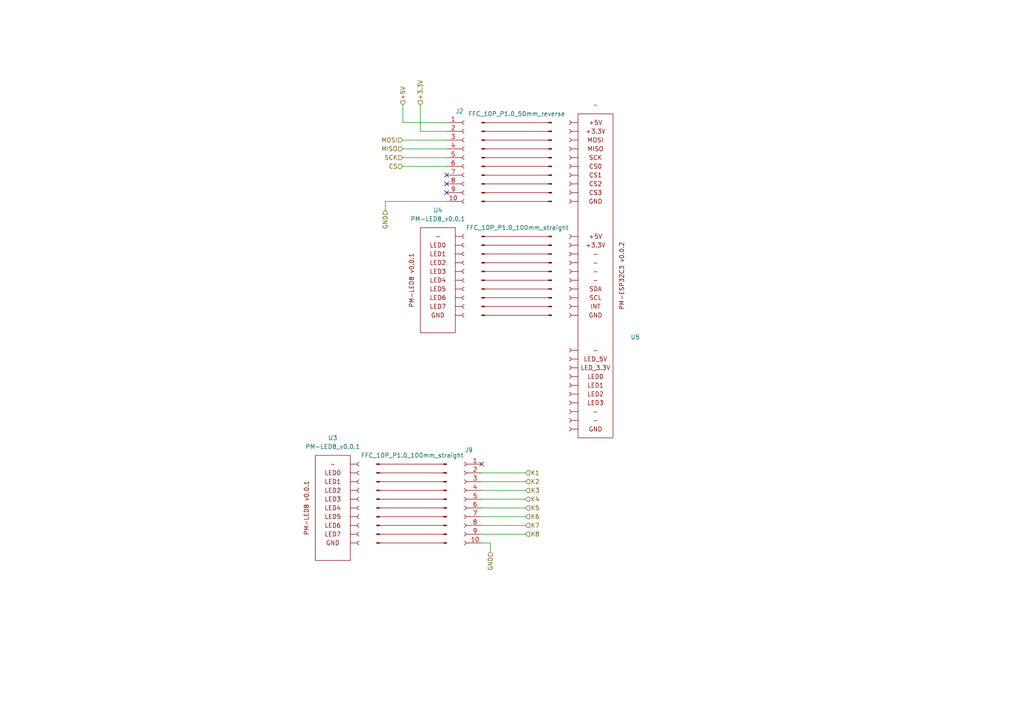
<source format=kicad_sch>
(kicad_sch (version 20231120) (generator "eeschema") (generator_version "8.0")
  (paper "A4")
  (lib_symbols
    (symbol "AFA07-S10FCC-00_1" (pin_names (offset 1.016) hide)
      (property "Reference" "J" (at 0 12.7 0))
      (property "Value" "AFA07-S10FCC-00" (at 0 -15.24 0))
      (symbol "AFA07-S10FCC-00_1_1_1"
        (arc (start 0 -12.192) (mid -0.5058 -12.7) (end 0 -13.208) (stroke (width 0.1524)))
        (arc (start 0 -9.652) (mid -0.5058 -10.16) (end 0 -10.668) (stroke (width 0.1524)))
        (arc (start 0 -7.112) (mid -0.5058 -7.62) (end 0 -8.128) (stroke (width 0.1524)))
        (arc (start 0 -4.572) (mid -0.5058 -5.08) (end 0 -5.588) (stroke (width 0.1524)))
        (arc (start 0 -2.032) (mid -0.5058 -2.54) (end 0 -3.048) (stroke (width 0.1524)))
        (polyline (pts (xy -1.27 -12.7) (xy -0.508 -12.7)) (stroke (width 0.1524)))
        (polyline (pts (xy -1.27 -10.16) (xy -0.508 -10.16)) (stroke (width 0.1524)))
        (polyline (pts (xy -1.27 -7.62) (xy -0.508 -7.62)) (stroke (width 0.1524)))
        (polyline (pts (xy -1.27 -5.08) (xy -0.508 -5.08)) (stroke (width 0.1524)))
        (polyline (pts (xy -1.27 -2.54) (xy -0.508 -2.54)) (stroke (width 0.1524)))
        (polyline (pts (xy -1.27 0) (xy -0.508 0)) (stroke (width 0.1524)))
        (polyline (pts (xy -1.27 2.54) (xy -0.508 2.54)) (stroke (width 0.1524)))
        (polyline (pts (xy -1.27 5.08) (xy -0.508 5.08)) (stroke (width 0.1524)))
        (polyline (pts (xy -1.27 7.62) (xy -0.508 7.62)) (stroke (width 0.1524)))
        (polyline (pts (xy -1.27 10.16) (xy -0.508 10.16)) (stroke (width 0.1524)))
        (arc (start 0 0.508) (mid -0.5058 0) (end 0 -0.508) (stroke (width 0.1524)))
        (arc (start 0 3.048) (mid -0.5058 2.54) (end 0 2.032) (stroke (width 0.1524)))
        (arc (start 0 5.588) (mid -0.5058 5.08) (end 0 4.572) (stroke (width 0.1524)))
        (arc (start 0 8.128) (mid -0.5058 7.62) (end 0 7.112) (stroke (width 0.1524)))
        (arc (start 0 10.668) (mid -0.5058 10.16) (end 0 9.652) (stroke (width 0.1524)))
        (pin passive line (at -5.08 10.16 0) (length 3.81) (name "Pin_1") (number "1"))
        (pin passive line (at -5.08 -12.7 0) (length 3.81) (name "Pin_10") (number "10"))
        (pin passive line (at -5.08 7.62 0) (length 3.81) (name "Pin_2") (number "2"))
        (pin passive line (at -5.08 5.08 0) (length 3.81) (name "Pin_3") (number "3"))
        (pin passive line (at -5.08 2.54 0) (length 3.81) (name "Pin_4") (number "4"))
        (pin passive line (at -5.08 0 0) (length 3.81) (name "Pin_5") (number "5"))
        (pin passive line (at -5.08 -2.54 0) (length 3.81) (name "Pin_6") (number "6"))
        (pin passive line (at -5.08 -5.08 0) (length 3.81) (name "Pin_7") (number "7"))
        (pin passive line (at -5.08 -7.62 0) (length 3.81) (name "Pin_8") (number "8"))
        (pin passive line (at -5.08 -10.16 0) (length 3.81) (name "Pin_9") (number "9"))
      )
    )
    (symbol "PM-LED8_v0.0.1_1"
      (property "Reference" "U" (at 0 2.54 0))
      (property "Value" "PM-LED8_v0.0.1" (at 0 0 0))
      (symbol "PM-LED8_v0.0.1_1_0_1"
        (rectangle (start -5.08 -2.54) (end 5.08 -33.02))
      )
      (symbol "PM-LED8_v0.0.1_1_1_1"
        (polyline (pts (xy 5.08 -27.94) (xy 7.1098 -27.94)) (stroke (width 0.1524)))
        (polyline (pts (xy 5.08 -25.4) (xy 7.1098 -25.4)) (stroke (width 0.1524)))
        (polyline (pts (xy 5.08 -22.86) (xy 7.1098 -22.86)) (stroke (width 0.1524)))
        (polyline (pts (xy 5.08 -20.32) (xy 7.1098 -20.32)) (stroke (width 0.1524)))
        (polyline (pts (xy 5.08 -17.78) (xy 7.1098 -17.78)) (stroke (width 0.1524)))
        (polyline (pts (xy 5.08 -15.24) (xy 7.1098 -15.24)) (stroke (width 0.1524)))
        (polyline (pts (xy 5.08 -12.7) (xy 7.1098 -12.7)) (stroke (width 0.1524)))
        (polyline (pts (xy 5.08 -10.16) (xy 7.1098 -10.16)) (stroke (width 0.1524)))
        (polyline (pts (xy 5.08 -7.62) (xy 7.1098 -7.62)) (stroke (width 0.1524)))
        (polyline (pts (xy 5.08 -5.08) (xy 7.1098 -5.08)) (stroke (width 0.1524)))
        (arc (start 7.6178 -27.432) (mid 7.112 -27.94) (end 7.6178 -28.448) (stroke (width 0.1524)))
        (arc (start 7.6178 -24.892) (mid 7.112 -25.4) (end 7.6178 -25.908) (stroke (width 0.1524)))
        (arc (start 7.6178 -22.352) (mid 7.112 -22.86) (end 7.6178 -23.368) (stroke (width 0.1524)))
        (arc (start 7.6178 -19.812) (mid 7.112 -20.32) (end 7.6178 -20.828) (stroke (width 0.1524)))
        (arc (start 7.6178 -17.272) (mid 7.112 -17.78) (end 7.6178 -18.288) (stroke (width 0.1524)))
        (arc (start 7.6178 -14.732) (mid 7.112 -15.24) (end 7.6178 -15.748) (stroke (width 0.1524)))
        (arc (start 7.6178 -12.192) (mid 7.112 -12.7) (end 7.6178 -13.208) (stroke (width 0.1524)))
        (arc (start 7.6178 -9.652) (mid 7.112 -10.16) (end 7.6178 -10.668) (stroke (width 0.1524)))
        (arc (start 7.6178 -7.112) (mid 7.112 -7.62) (end 7.6178 -8.128) (stroke (width 0.1524)))
        (arc (start 7.6178 -4.572) (mid 7.112 -5.08) (end 7.6178 -5.588) (stroke (width 0.1524)))
        (text "-" (at 0 -5.08 0) (effects (font (size 1.27 1.27))))
        (text "GND" (at 0 -27.94 0) (effects (font (size 1.27 1.27))))
        (text "LED0" (at 0 -7.62 0) (effects (font (size 1.27 1.27))))
        (text "LED1" (at 0 -10.16 0) (effects (font (size 1.27 1.27))))
        (text "LED2" (at 0 -12.7 0) (effects (font (size 1.27 1.27))))
        (text "LED3" (at 0 -15.24 0) (effects (font (size 1.27 1.27))))
        (text "LED4" (at 0 -17.78 0) (effects (font (size 1.27 1.27))))
        (text "LED5" (at 0 -20.32 0) (effects (font (size 1.27 1.27))))
        (text "LED6" (at 0 -22.86 0) (effects (font (size 1.27 1.27))))
        (text "LED7" (at 0 -25.4 0) (effects (font (size 1.27 1.27))))
        (text "PM-LED8 v0.0.1" (at -7.62 -17.78 900) (effects (font (size 1.27 1.27))))
      )
    )
    (symbol "kicad_inventree_lib:AFA07-S10FCC-00" (pin_names (offset 1.016) hide)
      (property "Reference" "J" (at 0 12.7 0))
      (property "Value" "AFA07-S10FCC-00" (at 0 -15.24 0))
      (symbol "AFA07-S10FCC-00_1_1"
        (arc (start 0 -12.192) (mid -0.5058 -12.7) (end 0 -13.208) (stroke (width 0.1524)))
        (arc (start 0 -9.652) (mid -0.5058 -10.16) (end 0 -10.668) (stroke (width 0.1524)))
        (arc (start 0 -7.112) (mid -0.5058 -7.62) (end 0 -8.128) (stroke (width 0.1524)))
        (arc (start 0 -4.572) (mid -0.5058 -5.08) (end 0 -5.588) (stroke (width 0.1524)))
        (arc (start 0 -2.032) (mid -0.5058 -2.54) (end 0 -3.048) (stroke (width 0.1524)))
        (polyline (pts (xy -1.27 -12.7) (xy -0.508 -12.7)) (stroke (width 0.1524)))
        (polyline (pts (xy -1.27 -10.16) (xy -0.508 -10.16)) (stroke (width 0.1524)))
        (polyline (pts (xy -1.27 -7.62) (xy -0.508 -7.62)) (stroke (width 0.1524)))
        (polyline (pts (xy -1.27 -5.08) (xy -0.508 -5.08)) (stroke (width 0.1524)))
        (polyline (pts (xy -1.27 -2.54) (xy -0.508 -2.54)) (stroke (width 0.1524)))
        (polyline (pts (xy -1.27 0) (xy -0.508 0)) (stroke (width 0.1524)))
        (polyline (pts (xy -1.27 2.54) (xy -0.508 2.54)) (stroke (width 0.1524)))
        (polyline (pts (xy -1.27 5.08) (xy -0.508 5.08)) (stroke (width 0.1524)))
        (polyline (pts (xy -1.27 7.62) (xy -0.508 7.62)) (stroke (width 0.1524)))
        (polyline (pts (xy -1.27 10.16) (xy -0.508 10.16)) (stroke (width 0.1524)))
        (arc (start 0 0.508) (mid -0.5058 0) (end 0 -0.508) (stroke (width 0.1524)))
        (arc (start 0 3.048) (mid -0.5058 2.54) (end 0 2.032) (stroke (width 0.1524)))
        (arc (start 0 5.588) (mid -0.5058 5.08) (end 0 4.572) (stroke (width 0.1524)))
        (arc (start 0 8.128) (mid -0.5058 7.62) (end 0 7.112) (stroke (width 0.1524)))
        (arc (start 0 10.668) (mid -0.5058 10.16) (end 0 9.652) (stroke (width 0.1524)))
        (pin passive line (at -5.08 10.16 0) (length 3.81) (name "Pin_1") (number "1"))
        (pin passive line (at -5.08 -12.7 0) (length 3.81) (name "Pin_10") (number "10"))
        (pin passive line (at -5.08 7.62 0) (length 3.81) (name "Pin_2") (number "2"))
        (pin passive line (at -5.08 5.08 0) (length 3.81) (name "Pin_3") (number "3"))
        (pin passive line (at -5.08 2.54 0) (length 3.81) (name "Pin_4") (number "4"))
        (pin passive line (at -5.08 0 0) (length 3.81) (name "Pin_5") (number "5"))
        (pin passive line (at -5.08 -2.54 0) (length 3.81) (name "Pin_6") (number "6"))
        (pin passive line (at -5.08 -5.08 0) (length 3.81) (name "Pin_7") (number "7"))
        (pin passive line (at -5.08 -7.62 0) (length 3.81) (name "Pin_8") (number "8"))
        (pin passive line (at -5.08 -10.16 0) (length 3.81) (name "Pin_9") (number "9"))
      )
    )
    (symbol "kicad_inventree_lib:FFC_10P_P1.0_100mm_straight" (on_board no)
      (property "Reference" "J" (at 0 2.794 0))
      (property "Value" "FFC_10P_P1.0_100mm_straight" (at 0 0 0))
      (symbol "FFC_10P_P1.0_100mm_straight_0_1"
        (polyline (pts (xy -8.89 -25.4) (xy 8.89 -25.4)))
        (polyline (pts (xy -8.89 -22.86) (xy 8.89 -22.86)))
        (polyline (pts (xy -8.89 -20.32) (xy 8.89 -20.32)))
        (polyline (pts (xy -8.89 -17.78) (xy 8.89 -17.78)))
        (polyline (pts (xy -8.89 -15.24) (xy 8.89 -15.24)))
        (polyline (pts (xy -8.89 -12.7) (xy 8.89 -12.7)))
        (polyline (pts (xy -8.89 -10.16) (xy 8.89 -10.16)))
        (polyline (pts (xy -8.89 -7.62) (xy 8.89 -7.62)))
        (polyline (pts (xy -8.89 -5.08) (xy 8.89 -5.08)))
        (polyline (pts (xy -8.89 -2.54) (xy 8.89 -2.54)))
      )
      (symbol "FFC_10P_P1.0_100mm_straight_1_1"
        (rectangle (start -10.16 -25.273) (end -9.2964 -25.527) (stroke (width 0.1524)) (fill (type outline)))
        (rectangle (start -10.16 -22.733) (end -9.2964 -22.987) (stroke (width 0.1524)) (fill (type outline)))
        (rectangle (start -10.16 -20.193) (end -9.2964 -20.447) (stroke (width 0.1524)) (fill (type outline)))
        (rectangle (start -10.16 -17.653) (end -9.2964 -17.907) (stroke (width 0.1524)) (fill (type outline)))
        (rectangle (start -10.16 -15.113) (end -9.2964 -15.367) (stroke (width 0.1524)) (fill (type outline)))
        (rectangle (start -10.16 -12.573) (end -9.2964 -12.827) (stroke (width 0.1524)) (fill (type outline)))
        (rectangle (start -10.16 -10.033) (end -9.2964 -10.287) (stroke (width 0.1524)) (fill (type outline)))
        (rectangle (start -10.16 -7.493) (end -9.2964 -7.747) (stroke (width 0.1524)) (fill (type outline)))
        (rectangle (start -10.16 -4.953) (end -9.2964 -5.207) (stroke (width 0.1524)) (fill (type outline)))
        (rectangle (start -10.16 -2.413) (end -9.2964 -2.667) (stroke (width 0.1524)) (fill (type outline)))
        (polyline (pts (xy -8.89 -25.4) (xy -9.2964 -25.4)) (stroke (width 0.1524)))
        (polyline (pts (xy -8.89 -22.86) (xy -9.2964 -22.86)) (stroke (width 0.1524)))
        (polyline (pts (xy -8.89 -20.32) (xy -9.2964 -20.32)) (stroke (width 0.1524)))
        (polyline (pts (xy -8.89 -17.78) (xy -9.2964 -17.78)) (stroke (width 0.1524)))
        (polyline (pts (xy -8.89 -15.24) (xy -9.2964 -15.24)) (stroke (width 0.1524)))
        (polyline (pts (xy -8.89 -12.7) (xy -9.2964 -12.7)) (stroke (width 0.1524)))
        (polyline (pts (xy -8.89 -10.16) (xy -9.2964 -10.16)) (stroke (width 0.1524)))
        (polyline (pts (xy -8.89 -7.62) (xy -9.2964 -7.62)) (stroke (width 0.1524)))
        (polyline (pts (xy -8.89 -5.08) (xy -9.2964 -5.08)) (stroke (width 0.1524)))
        (polyline (pts (xy -8.89 -2.54) (xy -9.2964 -2.54)) (stroke (width 0.1524)))
        (polyline (pts (xy 8.89 -25.4) (xy 9.2964 -25.4)) (stroke (width 0.1524)))
        (polyline (pts (xy 8.89 -22.86) (xy 9.2964 -22.86)) (stroke (width 0.1524)))
        (polyline (pts (xy 8.89 -20.32) (xy 9.2964 -20.32)) (stroke (width 0.1524)))
        (polyline (pts (xy 8.89 -17.78) (xy 9.2964 -17.78)) (stroke (width 0.1524)))
        (polyline (pts (xy 8.89 -15.24) (xy 9.2964 -15.24)) (stroke (width 0.1524)))
        (polyline (pts (xy 8.89 -12.7) (xy 9.2964 -12.7)) (stroke (width 0.1524)))
        (polyline (pts (xy 8.89 -10.16) (xy 9.2964 -10.16)) (stroke (width 0.1524)))
        (polyline (pts (xy 8.89 -7.62) (xy 9.2964 -7.62)) (stroke (width 0.1524)))
        (polyline (pts (xy 8.89 -5.08) (xy 9.2964 -5.08)) (stroke (width 0.1524)))
        (polyline (pts (xy 8.89 -2.54) (xy 9.2964 -2.54)) (stroke (width 0.1524)))
        (rectangle (start 9.2964 -25.273) (end 10.16 -25.527) (stroke (width 0.1524)) (fill (type outline)))
        (rectangle (start 9.2964 -22.733) (end 10.16 -22.987) (stroke (width 0.1524)) (fill (type outline)))
        (rectangle (start 9.2964 -20.193) (end 10.16 -20.447) (stroke (width 0.1524)) (fill (type outline)))
        (rectangle (start 9.2964 -17.653) (end 10.16 -17.907) (stroke (width 0.1524)) (fill (type outline)))
        (rectangle (start 9.2964 -15.113) (end 10.16 -15.367) (stroke (width 0.1524)) (fill (type outline)))
        (rectangle (start 9.2964 -12.573) (end 10.16 -12.827) (stroke (width 0.1524)) (fill (type outline)))
        (rectangle (start 9.2964 -10.033) (end 10.16 -10.287) (stroke (width 0.1524)) (fill (type outline)))
        (rectangle (start 9.2964 -7.493) (end 10.16 -7.747) (stroke (width 0.1524)) (fill (type outline)))
        (rectangle (start 9.2964 -4.953) (end 10.16 -5.207) (stroke (width 0.1524)) (fill (type outline)))
        (rectangle (start 9.2964 -2.413) (end 10.16 -2.667) (stroke (width 0.1524)) (fill (type outline)))
      )
    )
    (symbol "kicad_inventree_lib:FFC_10P_P1.0_50mm_reverse" (on_board no)
      (property "Reference" "J" (at 0 2.794 0))
      (property "Value" "FFC_10P_P1.0_50mm_reverse" (at 0 0 0))
      (symbol "FFC_10P_P1.0_50mm_reverse_0_1"
        (polyline (pts (xy -8.89 -25.4) (xy 8.89 -25.4)))
        (polyline (pts (xy -8.89 -22.86) (xy 8.89 -22.86)))
        (polyline (pts (xy -8.89 -20.32) (xy 8.89 -20.32)))
        (polyline (pts (xy -8.89 -17.78) (xy 8.89 -17.78)))
        (polyline (pts (xy -8.89 -15.24) (xy 8.89 -15.24)))
        (polyline (pts (xy -8.89 -12.7) (xy 8.89 -12.7)))
        (polyline (pts (xy -8.89 -10.16) (xy 8.89 -10.16)))
        (polyline (pts (xy -8.89 -7.62) (xy 8.89 -7.62)))
        (polyline (pts (xy -8.89 -5.08) (xy 8.89 -5.08)))
        (polyline (pts (xy -8.89 -2.54) (xy 8.89 -2.54)))
      )
      (symbol "FFC_10P_P1.0_50mm_reverse_1_1"
        (rectangle (start -10.16 -25.273) (end -9.2964 -25.527) (stroke (width 0.1524)) (fill (type outline)))
        (rectangle (start -10.16 -22.733) (end -9.2964 -22.987) (stroke (width 0.1524)) (fill (type outline)))
        (rectangle (start -10.16 -20.193) (end -9.2964 -20.447) (stroke (width 0.1524)) (fill (type outline)))
        (rectangle (start -10.16 -17.653) (end -9.2964 -17.907) (stroke (width 0.1524)) (fill (type outline)))
        (rectangle (start -10.16 -15.113) (end -9.2964 -15.367) (stroke (width 0.1524)) (fill (type outline)))
        (rectangle (start -10.16 -12.573) (end -9.2964 -12.827) (stroke (width 0.1524)) (fill (type outline)))
        (rectangle (start -10.16 -10.033) (end -9.2964 -10.287) (stroke (width 0.1524)) (fill (type outline)))
        (rectangle (start -10.16 -7.493) (end -9.2964 -7.747) (stroke (width 0.1524)) (fill (type outline)))
        (rectangle (start -10.16 -4.953) (end -9.2964 -5.207) (stroke (width 0.1524)) (fill (type outline)))
        (rectangle (start -10.16 -2.413) (end -9.2964 -2.667) (stroke (width 0.1524)) (fill (type outline)))
        (polyline (pts (xy -8.89 -25.4) (xy -9.2964 -25.4)) (stroke (width 0.1524)))
        (polyline (pts (xy -8.89 -22.86) (xy -9.2964 -22.86)) (stroke (width 0.1524)))
        (polyline (pts (xy -8.89 -20.32) (xy -9.2964 -20.32)) (stroke (width 0.1524)))
        (polyline (pts (xy -8.89 -17.78) (xy -9.2964 -17.78)) (stroke (width 0.1524)))
        (polyline (pts (xy -8.89 -15.24) (xy -9.2964 -15.24)) (stroke (width 0.1524)))
        (polyline (pts (xy -8.89 -12.7) (xy -9.2964 -12.7)) (stroke (width 0.1524)))
        (polyline (pts (xy -8.89 -10.16) (xy -9.2964 -10.16)) (stroke (width 0.1524)))
        (polyline (pts (xy -8.89 -7.62) (xy -9.2964 -7.62)) (stroke (width 0.1524)))
        (polyline (pts (xy -8.89 -5.08) (xy -9.2964 -5.08)) (stroke (width 0.1524)))
        (polyline (pts (xy -8.89 -2.54) (xy -9.2964 -2.54)) (stroke (width 0.1524)))
        (polyline (pts (xy 8.89 -25.4) (xy 9.2964 -25.4)) (stroke (width 0.1524)))
        (polyline (pts (xy 8.89 -22.86) (xy 9.2964 -22.86)) (stroke (width 0.1524)))
        (polyline (pts (xy 8.89 -20.32) (xy 9.2964 -20.32)) (stroke (width 0.1524)))
        (polyline (pts (xy 8.89 -17.78) (xy 9.2964 -17.78)) (stroke (width 0.1524)))
        (polyline (pts (xy 8.89 -15.24) (xy 9.2964 -15.24)) (stroke (width 0.1524)))
        (polyline (pts (xy 8.89 -12.7) (xy 9.2964 -12.7)) (stroke (width 0.1524)))
        (polyline (pts (xy 8.89 -10.16) (xy 9.2964 -10.16)) (stroke (width 0.1524)))
        (polyline (pts (xy 8.89 -7.62) (xy 9.2964 -7.62)) (stroke (width 0.1524)))
        (polyline (pts (xy 8.89 -5.08) (xy 9.2964 -5.08)) (stroke (width 0.1524)))
        (polyline (pts (xy 8.89 -2.54) (xy 9.2964 -2.54)) (stroke (width 0.1524)))
        (rectangle (start 9.2964 -25.273) (end 10.16 -25.527) (stroke (width 0.1524)) (fill (type outline)))
        (rectangle (start 9.2964 -22.733) (end 10.16 -22.987) (stroke (width 0.1524)) (fill (type outline)))
        (rectangle (start 9.2964 -20.193) (end 10.16 -20.447) (stroke (width 0.1524)) (fill (type outline)))
        (rectangle (start 9.2964 -17.653) (end 10.16 -17.907) (stroke (width 0.1524)) (fill (type outline)))
        (rectangle (start 9.2964 -15.113) (end 10.16 -15.367) (stroke (width 0.1524)) (fill (type outline)))
        (rectangle (start 9.2964 -12.573) (end 10.16 -12.827) (stroke (width 0.1524)) (fill (type outline)))
        (rectangle (start 9.2964 -10.033) (end 10.16 -10.287) (stroke (width 0.1524)) (fill (type outline)))
        (rectangle (start 9.2964 -7.493) (end 10.16 -7.747) (stroke (width 0.1524)) (fill (type outline)))
        (rectangle (start 9.2964 -4.953) (end 10.16 -5.207) (stroke (width 0.1524)) (fill (type outline)))
        (rectangle (start 9.2964 -2.413) (end 10.16 -2.667) (stroke (width 0.1524)) (fill (type outline)))
      )
    )
    (symbol "kicad_inventree_lib:PM-ESP32C3_v0.0.2"
      (property "Reference" "U" (at 10.16 -49.53 0))
      (symbol "PM-ESP32C3_v0.0.2_0_1"
        (rectangle (start -5.08 -2.54) (end 5.08 -96.52))
      )
      (symbol "PM-ESP32C3_v0.0.2_1_1"
        (arc (start -7.6178 -94.488) (mid -7.112 -93.98) (end -7.6178 -93.472) (stroke (width 0.1524)))
        (arc (start -7.6178 -91.948) (mid -7.112 -91.44) (end -7.6178 -90.932) (stroke (width 0.1524)))
        (arc (start -7.6178 -89.408) (mid -7.112 -88.9) (end -7.6178 -88.392) (stroke (width 0.1524)))
        (arc (start -7.6178 -86.868) (mid -7.112 -86.36) (end -7.6178 -85.852) (stroke (width 0.1524)))
        (arc (start -7.6178 -84.328) (mid -7.112 -83.82) (end -7.6178 -83.312) (stroke (width 0.1524)))
        (arc (start -7.6178 -81.788) (mid -7.112 -81.28) (end -7.6178 -80.772) (stroke (width 0.1524)))
        (arc (start -7.6178 -79.248) (mid -7.112 -78.74) (end -7.6178 -78.232) (stroke (width 0.1524)))
        (arc (start -7.6178 -76.708) (mid -7.112 -76.2) (end -7.6178 -75.692) (stroke (width 0.1524)))
        (arc (start -7.6178 -74.168) (mid -7.112 -73.66) (end -7.6178 -73.152) (stroke (width 0.1524)))
        (arc (start -7.6178 -71.628) (mid -7.112 -71.12) (end -7.6178 -70.612) (stroke (width 0.1524)))
        (arc (start -7.6178 -61.468) (mid -7.112 -60.96) (end -7.6178 -60.452) (stroke (width 0.1524)))
        (arc (start -7.6178 -58.928) (mid -7.112 -58.42) (end -7.6178 -57.912) (stroke (width 0.1524)))
        (arc (start -7.6178 -56.388) (mid -7.112 -55.88) (end -7.6178 -55.372) (stroke (width 0.1524)))
        (arc (start -7.6178 -53.848) (mid -7.112 -53.34) (end -7.6178 -52.832) (stroke (width 0.1524)))
        (arc (start -7.6178 -51.308) (mid -7.112 -50.8) (end -7.6178 -50.292) (stroke (width 0.1524)))
        (arc (start -7.6178 -48.768) (mid -7.112 -48.26) (end -7.6178 -47.752) (stroke (width 0.1524)))
        (arc (start -7.6178 -46.228) (mid -7.112 -45.72) (end -7.6178 -45.212) (stroke (width 0.1524)))
        (arc (start -7.6178 -43.688) (mid -7.112 -43.18) (end -7.6178 -42.672) (stroke (width 0.1524)))
        (arc (start -7.6178 -41.148) (mid -7.112 -40.64) (end -7.6178 -40.132) (stroke (width 0.1524)))
        (arc (start -7.6178 -38.608) (mid -7.112 -38.1) (end -7.6178 -37.592) (stroke (width 0.1524)))
        (arc (start -7.6178 -28.448) (mid -7.112 -27.94) (end -7.6178 -27.432) (stroke (width 0.1524)))
        (arc (start -7.6178 -25.908) (mid -7.112 -25.4) (end -7.6178 -24.892) (stroke (width 0.1524)))
        (arc (start -7.6178 -23.368) (mid -7.112 -22.86) (end -7.6178 -22.352) (stroke (width 0.1524)))
        (arc (start -7.6178 -20.828) (mid -7.112 -20.32) (end -7.6178 -19.812) (stroke (width 0.1524)))
        (arc (start -7.6178 -18.288) (mid -7.112 -17.78) (end -7.6178 -17.272) (stroke (width 0.1524)))
        (arc (start -7.6178 -15.748) (mid -7.112 -15.24) (end -7.6178 -14.732) (stroke (width 0.1524)))
        (arc (start -7.6178 -13.208) (mid -7.112 -12.7) (end -7.6178 -12.192) (stroke (width 0.1524)))
        (arc (start -7.6178 -10.668) (mid -7.112 -10.16) (end -7.6178 -9.652) (stroke (width 0.1524)))
        (arc (start -7.6178 -8.128) (mid -7.112 -7.62) (end -7.6178 -7.112) (stroke (width 0.1524)))
        (arc (start -7.6178 -5.588) (mid -7.112 -5.08) (end -7.6178 -4.572) (stroke (width 0.1524)))
        (polyline (pts (xy -5.08 -93.98) (xy -7.1098 -93.98)) (stroke (width 0.1524)))
        (polyline (pts (xy -5.08 -91.44) (xy -7.1098 -91.44)) (stroke (width 0.1524)))
        (polyline (pts (xy -5.08 -88.9) (xy -7.1098 -88.9)) (stroke (width 0.1524)))
        (polyline (pts (xy -5.08 -86.36) (xy -7.1098 -86.36)) (stroke (width 0.1524)))
        (polyline (pts (xy -5.08 -83.82) (xy -7.1098 -83.82)) (stroke (width 0.1524)))
        (polyline (pts (xy -5.08 -81.28) (xy -7.1098 -81.28)) (stroke (width 0.1524)))
        (polyline (pts (xy -5.08 -78.74) (xy -7.1098 -78.74)) (stroke (width 0.1524)))
        (polyline (pts (xy -5.08 -76.2) (xy -7.1098 -76.2)) (stroke (width 0.1524)))
        (polyline (pts (xy -5.08 -73.66) (xy -7.1098 -73.66)) (stroke (width 0.1524)))
        (polyline (pts (xy -5.08 -71.12) (xy -7.1098 -71.12)) (stroke (width 0.1524)))
        (polyline (pts (xy -5.08 -60.96) (xy -7.1098 -60.96)) (stroke (width 0.1524)))
        (polyline (pts (xy -5.08 -58.42) (xy -7.1098 -58.42)) (stroke (width 0.1524)))
        (polyline (pts (xy -5.08 -55.88) (xy -7.1098 -55.88)) (stroke (width 0.1524)))
        (polyline (pts (xy -5.08 -53.34) (xy -7.1098 -53.34)) (stroke (width 0.1524)))
        (polyline (pts (xy -5.08 -50.8) (xy -7.1098 -50.8)) (stroke (width 0.1524)))
        (polyline (pts (xy -5.08 -48.26) (xy -7.1098 -48.26)) (stroke (width 0.1524)))
        (polyline (pts (xy -5.08 -45.72) (xy -7.1098 -45.72)) (stroke (width 0.1524)))
        (polyline (pts (xy -5.08 -43.18) (xy -7.1098 -43.18)) (stroke (width 0.1524)))
        (polyline (pts (xy -5.08 -40.64) (xy -7.1098 -40.64)) (stroke (width 0.1524)))
        (polyline (pts (xy -5.08 -38.1) (xy -7.1098 -38.1)) (stroke (width 0.1524)))
        (polyline (pts (xy -5.08 -27.94) (xy -7.1098 -27.94)) (stroke (width 0.1524)))
        (polyline (pts (xy -5.08 -25.4) (xy -7.1098 -25.4)) (stroke (width 0.1524)))
        (polyline (pts (xy -5.08 -22.86) (xy -7.1098 -22.86)) (stroke (width 0.1524)))
        (polyline (pts (xy -5.08 -20.32) (xy -7.1098 -20.32)) (stroke (width 0.1524)))
        (polyline (pts (xy -5.08 -17.78) (xy -7.1098 -17.78)) (stroke (width 0.1524)))
        (polyline (pts (xy -5.08 -15.24) (xy -7.1098 -15.24)) (stroke (width 0.1524)))
        (polyline (pts (xy -5.08 -12.7) (xy -7.1098 -12.7)) (stroke (width 0.1524)))
        (polyline (pts (xy -5.08 -10.16) (xy -7.1098 -10.16)) (stroke (width 0.1524)))
        (polyline (pts (xy -5.08 -7.62) (xy -7.1098 -7.62)) (stroke (width 0.1524)))
        (polyline (pts (xy -5.08 -5.08) (xy -7.1098 -5.08)) (stroke (width 0.1524)))
        (text "+3.3V" (at 0 -40.64 0) (effects (font (size 1.27 1.27))))
        (text "+3.3V" (at 0 -7.62 0) (effects (font (size 1.27 1.27))))
        (text "+5V" (at 0 -38.1 0) (effects (font (size 1.27 1.27))))
        (text "+5V" (at 0 -5.08 0) (effects (font (size 1.27 1.27))))
        (text "-" (at 0 -91.44 0) (effects (font (size 1.27 1.27))))
        (text "-" (at 0 -88.9 0) (effects (font (size 1.27 1.27))))
        (text "-" (at 0 -71.12 0) (effects (font (size 1.27 1.27))))
        (text "-" (at 0 -50.8 0) (effects (font (size 1.27 1.27))))
        (text "-" (at 0 -48.26 0) (effects (font (size 1.27 1.27))))
        (text "-" (at 0 -45.72 0) (effects (font (size 1.27 1.27))))
        (text "-" (at 0 -43.18 0) (effects (font (size 1.27 1.27))))
        (text "CS0" (at 0 -17.78 0) (effects (font (size 1.27 1.27))))
        (text "CS1" (at 0 -20.32 0) (effects (font (size 1.27 1.27))))
        (text "CS2" (at 0 -22.86 0) (effects (font (size 1.27 1.27))))
        (text "CS3" (at 0 -25.4 0) (effects (font (size 1.27 1.27))))
        (text "GND" (at 0 -93.98 0) (effects (font (size 1.27 1.27))))
        (text "GND" (at 0 -60.96 0) (effects (font (size 1.27 1.27))))
        (text "GND" (at 0 -27.94 0) (effects (font (size 1.27 1.27))))
        (text "INT" (at 0 -58.42 0) (effects (font (size 1.27 1.27))))
        (text "LED0" (at 0 -78.74 0) (effects (font (size 1.27 1.27))))
        (text "LED1" (at 0 -81.28 0) (effects (font (size 1.27 1.27))))
        (text "LED2" (at 0 -83.82 0) (effects (font (size 1.27 1.27))))
        (text "LED3" (at 0 -86.36 0) (effects (font (size 1.27 1.27))))
        (text "LED_3.3V" (at 0 -76.2 0) (effects (font (size 1.27 1.27))))
        (text "LED_5V" (at 0 -73.66 0) (effects (font (size 1.27 1.27))))
        (text "MISO" (at 0 -12.7 0) (effects (font (size 1.27 1.27))))
        (text "MOSI" (at 0 -10.16 0) (effects (font (size 1.27 1.27))))
        (text "PM-ESP32C3 v0.0.2" (at 7.62 -49.53 900) (effects (font (size 1.27 1.27))))
        (text "SCK" (at 0 -15.24 0) (effects (font (size 1.27 1.27))))
        (text "SCL" (at 0 -55.88 0) (effects (font (size 1.27 1.27))))
        (text "SDA" (at 0 -53.34 0) (effects (font (size 1.27 1.27))))
      )
    )
    (symbol "kicad_inventree_lib:PM-LED8_v0.0.1"
      (property "Reference" "U" (at 0 2.54 0))
      (property "Value" "PM-LED8_v0.0.1" (at 0 0 0))
      (symbol "PM-LED8_v0.0.1_0_1"
        (rectangle (start -5.08 -2.54) (end 5.08 -33.02))
      )
      (symbol "PM-LED8_v0.0.1_1_1"
        (polyline (pts (xy 5.08 -27.94) (xy 7.1098 -27.94)) (stroke (width 0.1524)))
        (polyline (pts (xy 5.08 -25.4) (xy 7.1098 -25.4)) (stroke (width 0.1524)))
        (polyline (pts (xy 5.08 -22.86) (xy 7.1098 -22.86)) (stroke (width 0.1524)))
        (polyline (pts (xy 5.08 -20.32) (xy 7.1098 -20.32)) (stroke (width 0.1524)))
        (polyline (pts (xy 5.08 -17.78) (xy 7.1098 -17.78)) (stroke (width 0.1524)))
        (polyline (pts (xy 5.08 -15.24) (xy 7.1098 -15.24)) (stroke (width 0.1524)))
        (polyline (pts (xy 5.08 -12.7) (xy 7.1098 -12.7)) (stroke (width 0.1524)))
        (polyline (pts (xy 5.08 -10.16) (xy 7.1098 -10.16)) (stroke (width 0.1524)))
        (polyline (pts (xy 5.08 -7.62) (xy 7.1098 -7.62)) (stroke (width 0.1524)))
        (polyline (pts (xy 5.08 -5.08) (xy 7.1098 -5.08)) (stroke (width 0.1524)))
        (arc (start 7.6178 -27.432) (mid 7.112 -27.94) (end 7.6178 -28.448) (stroke (width 0.1524)))
        (arc (start 7.6178 -24.892) (mid 7.112 -25.4) (end 7.6178 -25.908) (stroke (width 0.1524)))
        (arc (start 7.6178 -22.352) (mid 7.112 -22.86) (end 7.6178 -23.368) (stroke (width 0.1524)))
        (arc (start 7.6178 -19.812) (mid 7.112 -20.32) (end 7.6178 -20.828) (stroke (width 0.1524)))
        (arc (start 7.6178 -17.272) (mid 7.112 -17.78) (end 7.6178 -18.288) (stroke (width 0.1524)))
        (arc (start 7.6178 -14.732) (mid 7.112 -15.24) (end 7.6178 -15.748) (stroke (width 0.1524)))
        (arc (start 7.6178 -12.192) (mid 7.112 -12.7) (end 7.6178 -13.208) (stroke (width 0.1524)))
        (arc (start 7.6178 -9.652) (mid 7.112 -10.16) (end 7.6178 -10.668) (stroke (width 0.1524)))
        (arc (start 7.6178 -7.112) (mid 7.112 -7.62) (end 7.6178 -8.128) (stroke (width 0.1524)))
        (arc (start 7.6178 -4.572) (mid 7.112 -5.08) (end 7.6178 -5.588) (stroke (width 0.1524)))
        (text "-" (at 0 -5.08 0) (effects (font (size 1.27 1.27))))
        (text "GND" (at 0 -27.94 0) (effects (font (size 1.27 1.27))))
        (text "LED0" (at 0 -7.62 0) (effects (font (size 1.27 1.27))))
        (text "LED1" (at 0 -10.16 0) (effects (font (size 1.27 1.27))))
        (text "LED2" (at 0 -12.7 0) (effects (font (size 1.27 1.27))))
        (text "LED3" (at 0 -15.24 0) (effects (font (size 1.27 1.27))))
        (text "LED4" (at 0 -17.78 0) (effects (font (size 1.27 1.27))))
        (text "LED5" (at 0 -20.32 0) (effects (font (size 1.27 1.27))))
        (text "LED6" (at 0 -22.86 0) (effects (font (size 1.27 1.27))))
        (text "LED7" (at 0 -25.4 0) (effects (font (size 1.27 1.27))))
        (text "PM-LED8 v0.0.1" (at -7.62 -17.78 900) (effects (font (size 1.27 1.27))))
      )
    )
  )
  (no_connect (at 129.54 50.8))
  (no_connect (at 129.54 53.34))
  (no_connect (at 139.7 134.62))
  (no_connect (at 129.54 55.88))
  (wire (pts (xy 152.4 142.24) (xy 139.7 142.24)))
  (wire (pts (xy 116.84 45.72) (xy 129.54 45.72)))
  (wire (pts (xy 152.4 147.32) (xy 139.7 147.32)))
  (wire (pts (xy 152.4 137.16) (xy 139.7 137.16)))
  (wire (pts (xy 116.84 43.18) (xy 129.54 43.18)))
  (wire (pts (xy 111.76 60.96) (xy 111.76 58.42)))
  (wire (pts (xy 116.84 35.56) (xy 129.54 35.56)))
  (wire (pts (xy 116.84 40.64) (xy 129.54 40.64)))
  (wire (pts (xy 152.4 139.7) (xy 139.7 139.7)))
  (wire (pts (xy 152.4 149.86) (xy 139.7 149.86)))
  (wire (pts (xy 142.24 160.02) (xy 142.24 157.48)))
  (wire (pts (xy 152.4 144.78) (xy 139.7 144.78)))
  (wire (pts (xy 152.4 152.4) (xy 139.7 152.4)))
  (wire (pts (xy 152.4 154.94) (xy 139.7 154.94)))
  (wire (pts (xy 121.92 30.48) (xy 121.92 38.1)))
  (wire (pts (xy 121.92 38.1) (xy 129.54 38.1)))
  (wire (pts (xy 116.84 48.26) (xy 129.54 48.26)))
  (wire (pts (xy 142.24 157.48) (xy 139.7 157.48)))
  (wire (pts (xy 116.84 30.48) (xy 116.84 35.56)))
  (wire (pts (xy 111.76 58.42) (xy 129.54 58.42)))
  (hierarchical_label "K2" (shape input) (at 152.4 139.7 0))
  (hierarchical_label "K1" (shape input) (at 152.4 137.16 0))
  (hierarchical_label "K5" (shape input) (at 152.4 147.32 0))
  (hierarchical_label "SCK" (shape input) (at 116.84 45.72 180))
  (hierarchical_label "K3" (shape input) (at 152.4 142.24 0))
  (hierarchical_label "CS" (shape input) (at 116.84 48.26 180))
  (hierarchical_label "K4" (shape input) (at 152.4 144.78 0))
  (hierarchical_label "GND" (shape input) (at 111.76 60.96 270))
  (hierarchical_label "+5V" (shape input) (at 116.84 30.48 90))
  (hierarchical_label "MISO" (shape input) (at 116.84 43.18 180))
  (hierarchical_label "K6" (shape input) (at 152.4 149.86 0))
  (hierarchical_label "MOSI" (shape input) (at 116.84 40.64 180))
  (hierarchical_label "K8" (shape input) (at 152.4 154.94 0))
  (hierarchical_label "+3.3V" (shape input) (at 121.92 30.48 90))
  (hierarchical_label "K7" (shape input) (at 152.4 152.4 0))
  (hierarchical_label "GND" (shape input) (at 142.24 160.02 270))
  (symbol (lib_id "kicad_inventree_lib:FFC_10P_P1.0_100mm_straight") (at 119.38 132.08 0) (unit 1) (on_board no)
    (property "Reference" "J1" (effects (hide yes)))
    (property "Value" "FFC_10P_P1.0_100mm_straight" (at 104.648 132.08 0) (effects (justify left)))
    (property "Datasheet" "http://inventree.network/part/172/" (effects (hide yes)))
    (property "part_ipn" "FFC_10P_P1.0_100mm_straight" (effects (hide yes)))
  )
  (symbol (lib_id "kicad_inventree_lib:PM-LED8_v0.0.1") (at 127 63.5 0) (unit 1)
    (property "Reference" "U4" (at 127 60.96 0))
    (property "Value" "PM-LED8_v0.0.1" (at 127 63.5 0))
    (property "Footprint" "kicad_inventree_lib:PM-LED_v0.0.1" (effects (hide yes)))
    (property "part_ipn" "PM-LED8_v0.0.1" (effects (hide yes)))
  )
  (symbol (lib_id "kicad_inventree_lib:PM-ESP32C3_v0.0.2") (at 172.72 30.48 0) (unit 1)
    (property "Reference" "U5" (at 182.88 97.7899 0) (effects (justify left)))
    (property "Value" "~" (at 172.72 30.48 0))
    (property "Footprint" "kicad_inventree_lib:PM-ESP32C3_v0.0.2" (effects (hide yes)))
    (property "part_ipn" "PM-ESP32C3_v0.0.2" (effects (hide yes)))
  )
  (symbol (lib_id "kicad_inventree_lib:AFA07-S10FCC-00") (at 134.62 144.78 0) (mirror y) (unit 1)
    (property "Reference" "J9" (at 137.16 130.556 0) (effects (justify left)))
    (property "Value" "AFA07-S10FCC-00" (effects (hide yes)))
    (property "Footprint" "kicad_inventree_lib:CONN10_AFA07-S10_JUS" (effects (hide yes)))
    (property "Datasheet" "http://inventree.network/part/170/" (effects (hide yes)))
    (property "Description" "Generic connector, single row, 01x10, script generated" (effects (hide yes)))
    (property "part_ipn" "AFA07-S10FCC-00" (effects (hide yes)))
  )
  (symbol (lib_name "AFA07-S10FCC-00_1") (lib_id "kicad_inventree_lib:AFA07-S10FCC-00") (at 134.62 45.72 0) (unit 1)
    (property "Reference" "J2" (at 132.08 32.258 0) (effects (justify left)))
    (property "Value" "AFA07-S10FCC-00" (effects (hide yes)))
    (property "Footprint" "kicad_inventree_lib:CONN10_AFA07-S10_JUS" (effects (hide yes)))
    (property "Datasheet" "http://inventree.network/part/170/" (effects (hide yes)))
    (property "Description" "Generic connector, single row, 01x10, script generated" (effects (hide yes)))
    (property "part_ipn" "AFA07-S10FCC-00" (effects (hide yes)))
  )
  (symbol (lib_id "kicad_inventree_lib:FFC_10P_P1.0_50mm_reverse") (at 149.86 33.02 0) (unit 1) (on_board no)
    (property "Reference" "J11" (effects (hide yes)))
    (property "Value" "FFC_10P_P1.0_50mm_reverse" (at 149.86 33.02 0))
    (property "Datasheet" "http://inventree.network/part/171/" (effects (hide yes)))
    (property "part_ipn" "FFC_10P_P1.0_50mm_reverse" (effects (hide yes)))
  )
  (symbol (lib_id "kicad_inventree_lib:FFC_10P_P1.0_100mm_straight") (at 149.86 66.04 0) (unit 1) (on_board no)
    (property "Reference" "J12" (effects (hide yes)))
    (property "Value" "FFC_10P_P1.0_100mm_straight" (at 135.128 66.04 0) (effects (justify left)))
    (property "Datasheet" "http://inventree.network/part/172/" (effects (hide yes)))
    (property "part_ipn" "FFC_10P_P1.0_100mm_straight" (effects (hide yes)))
  )
  (symbol (lib_name "PM-LED8_v0.0.1_1") (lib_id "kicad_inventree_lib:PM-LED8_v0.0.1") (at 96.52 129.54 0) (unit 1)
    (property "Reference" "U3" (at 96.52 127 0))
    (property "Value" "PM-LED8_v0.0.1" (at 96.52 129.54 0))
    (property "Footprint" "kicad_inventree_lib:PM-LED_v0.0.1" (effects (hide yes)))
    (property "part_ipn" "PM-LED8_v0.0.1" (effects (hide yes)))
  )
)
</source>
